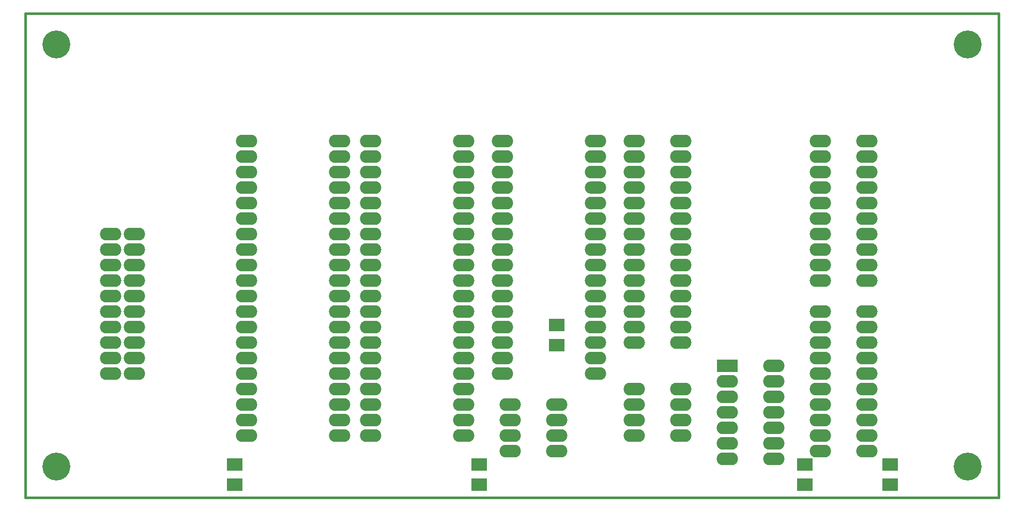
<source format=gbs>
G04 (created by PCBNEW-RS274X (2012-apr-16-27)-stable) date Ned 20 Lis 2013 22:46:23*
G01*
G70*
G90*
%MOIN*%
G04 Gerber Fmt 3.4, Leading zero omitted, Abs format*
%FSLAX34Y34*%
G04 APERTURE LIST*
%ADD10C,0.006000*%
%ADD11C,0.015000*%
%ADD12O,0.138100X0.083000*%
%ADD13O,0.138100X0.079100*%
%ADD14R,0.100000X0.080000*%
%ADD15R,0.138100X0.083000*%
%ADD16C,0.180000*%
G04 APERTURE END LIST*
G54D10*
G54D11*
X30000Y-24750D02*
X30000Y-56000D01*
X92750Y-24750D02*
X30000Y-24750D01*
X92750Y-56000D02*
X92750Y-24750D01*
X30000Y-56000D02*
X92750Y-56000D01*
G54D12*
X69250Y-34000D03*
X69250Y-35000D03*
X69250Y-36000D03*
X69250Y-37000D03*
X69250Y-38000D03*
X69250Y-39000D03*
X69250Y-40000D03*
X69250Y-41000D03*
X69250Y-42000D03*
X69250Y-43000D03*
X69250Y-44000D03*
X69250Y-45000D03*
X69250Y-46000D03*
X69250Y-33000D03*
X72250Y-46000D03*
X72250Y-45000D03*
X72250Y-44000D03*
X72250Y-43000D03*
X72250Y-42000D03*
X72250Y-41000D03*
X72250Y-40000D03*
X72250Y-39000D03*
X72250Y-38000D03*
X72250Y-37000D03*
X72250Y-36000D03*
X72250Y-35000D03*
X72250Y-34000D03*
X72250Y-33000D03*
X37006Y-48000D03*
X35494Y-48000D03*
X37006Y-47000D03*
X35494Y-47000D03*
X37006Y-46000D03*
X35494Y-46000D03*
X37006Y-45000D03*
X35494Y-45000D03*
X37006Y-44000D03*
X35494Y-44000D03*
X37006Y-43000D03*
X35494Y-43000D03*
X37006Y-42000D03*
X35494Y-42000D03*
X37006Y-41000D03*
X35494Y-41000D03*
X37006Y-40000D03*
X35494Y-40000D03*
X37006Y-39000D03*
X35494Y-39000D03*
X44250Y-33000D03*
X44250Y-34000D03*
X44250Y-35000D03*
X44250Y-36000D03*
X44250Y-37000D03*
X44250Y-38000D03*
X44250Y-39000D03*
X44250Y-40000D03*
X44250Y-41000D03*
X44250Y-42000D03*
X44250Y-43000D03*
X44250Y-44000D03*
X44250Y-45000D03*
X44250Y-46000D03*
X44250Y-47000D03*
X44250Y-48000D03*
X44250Y-49000D03*
X44250Y-50000D03*
X44250Y-51000D03*
X44250Y-52000D03*
X50250Y-52000D03*
X50250Y-51000D03*
X50250Y-50000D03*
X50250Y-49000D03*
X50250Y-48000D03*
X50250Y-47000D03*
X50250Y-46000D03*
X50250Y-45000D03*
X50250Y-44000D03*
X50250Y-43000D03*
X50250Y-42000D03*
X50250Y-41000D03*
X50250Y-40000D03*
X50250Y-39000D03*
X50250Y-38000D03*
X50250Y-37000D03*
X50250Y-36000D03*
X50250Y-35000D03*
X50250Y-34000D03*
X50250Y-33000D03*
X52250Y-33000D03*
X52250Y-34000D03*
X52250Y-35000D03*
X52250Y-36000D03*
X52250Y-37000D03*
X52250Y-38000D03*
X52250Y-39000D03*
X52250Y-40000D03*
X52250Y-41000D03*
X52250Y-42000D03*
X52250Y-43000D03*
X52250Y-44000D03*
X52250Y-45000D03*
X52250Y-46000D03*
X52250Y-47000D03*
X52250Y-48000D03*
X52250Y-49000D03*
X52250Y-50000D03*
X52250Y-51000D03*
X52250Y-52000D03*
X58250Y-52000D03*
X58250Y-51000D03*
X58250Y-50000D03*
X58250Y-49000D03*
X58250Y-48000D03*
X58250Y-47000D03*
X58250Y-46000D03*
X58250Y-45000D03*
X58250Y-44000D03*
X58250Y-43000D03*
X58250Y-42000D03*
X58250Y-41000D03*
X58250Y-40000D03*
X58250Y-39000D03*
X58250Y-38000D03*
X58250Y-37000D03*
X58250Y-36000D03*
X58250Y-35000D03*
X58250Y-34000D03*
X58250Y-33000D03*
X81250Y-33000D03*
X81250Y-34000D03*
X81250Y-35000D03*
X81250Y-36000D03*
X81250Y-37000D03*
X81250Y-38000D03*
X81250Y-39000D03*
X81250Y-40000D03*
X81250Y-41000D03*
X81250Y-42000D03*
X84250Y-42000D03*
X84250Y-41000D03*
X84250Y-40000D03*
X84250Y-39000D03*
X84250Y-38000D03*
X84250Y-37000D03*
X84250Y-36000D03*
X84250Y-35000D03*
X84250Y-34000D03*
X84250Y-33000D03*
X81250Y-44000D03*
X81250Y-45000D03*
X81250Y-46000D03*
X81250Y-47000D03*
X81250Y-48000D03*
X81250Y-49000D03*
X81250Y-50000D03*
X81250Y-51000D03*
X81250Y-52000D03*
X81250Y-53000D03*
X84250Y-53000D03*
X84250Y-52000D03*
X84250Y-51000D03*
X84250Y-50000D03*
X84250Y-49000D03*
X84250Y-48000D03*
X84250Y-47000D03*
X84250Y-46000D03*
X84250Y-45000D03*
X84250Y-44000D03*
X69250Y-49000D03*
X69250Y-50000D03*
X69250Y-51000D03*
X69250Y-52000D03*
X72250Y-52000D03*
X72250Y-51000D03*
X72250Y-50000D03*
X72250Y-49000D03*
X61250Y-50000D03*
X61250Y-51000D03*
X61250Y-52000D03*
X61250Y-53000D03*
X64250Y-53000D03*
X64250Y-52000D03*
X64250Y-51000D03*
X64250Y-50000D03*
X60750Y-33000D03*
X60750Y-34000D03*
X60750Y-35000D03*
X60750Y-36000D03*
X60750Y-37000D03*
X60750Y-38000D03*
X60750Y-39000D03*
X60750Y-40000D03*
X60750Y-41000D03*
X60750Y-42000D03*
X60750Y-43000D03*
X60750Y-44000D03*
X60750Y-45000D03*
X60750Y-46000D03*
X60750Y-47000D03*
X60750Y-48000D03*
X66750Y-48000D03*
X66750Y-47000D03*
X66750Y-46000D03*
X66750Y-45000D03*
X66750Y-44000D03*
G54D13*
X66750Y-43000D03*
G54D12*
X66750Y-42000D03*
X66750Y-41000D03*
X66750Y-40000D03*
X66750Y-39000D03*
X66750Y-38000D03*
X66750Y-37000D03*
G54D13*
X66750Y-36000D03*
G54D12*
X66750Y-35000D03*
X66750Y-34000D03*
X66750Y-33000D03*
G54D14*
X80250Y-55150D03*
X80250Y-53850D03*
X85750Y-55150D03*
X85750Y-53850D03*
X59250Y-55150D03*
X59250Y-53850D03*
X64250Y-46150D03*
X64250Y-44850D03*
X43500Y-55150D03*
X43500Y-53850D03*
G54D15*
X75250Y-47500D03*
G54D12*
X75250Y-48500D03*
X75250Y-49500D03*
X75250Y-50500D03*
X75250Y-51500D03*
X75250Y-52500D03*
X75250Y-53500D03*
X78250Y-53500D03*
X78250Y-52500D03*
X78250Y-51500D03*
X78250Y-50500D03*
X78250Y-49500D03*
X78250Y-48500D03*
X78250Y-47500D03*
G54D16*
X32000Y-26750D03*
X90750Y-26750D03*
X90750Y-54000D03*
X32000Y-54000D03*
M02*

</source>
